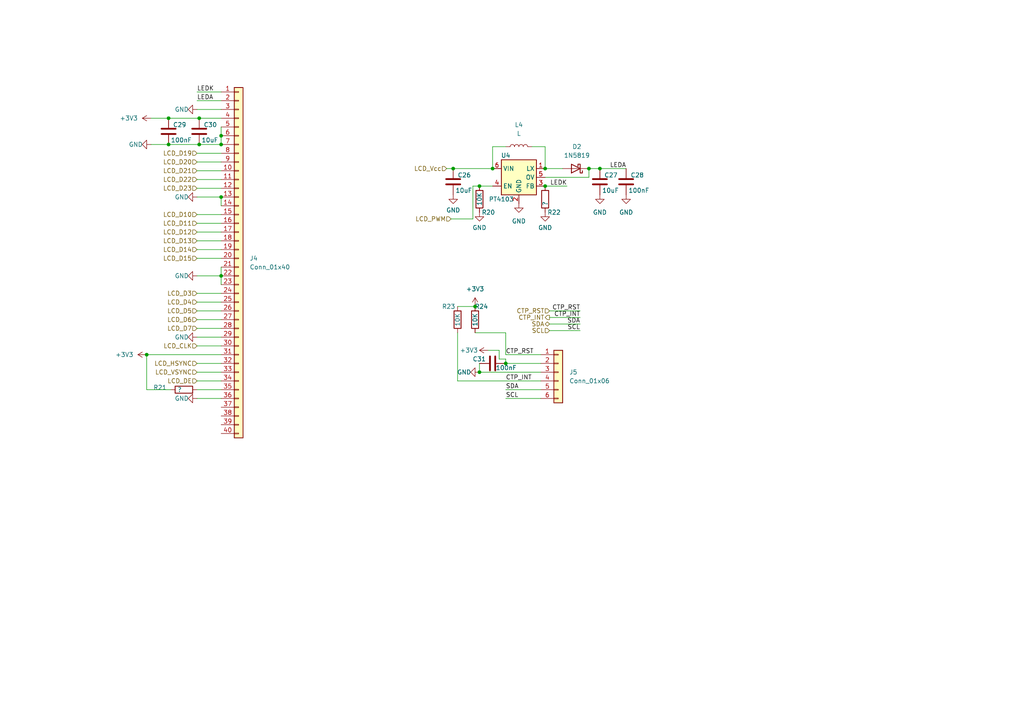
<source format=kicad_sch>
(kicad_sch (version 20211123) (generator eeschema)
  (paper "A4")
  (lib_symbols
    (symbol "Connector_Generic:Conn_01x06" (pin_names (offset 1.016) hide)
      (property "Reference" "J" (at 0 7.62 0))
      (property "Value" "Conn_01x06" (at 0 -10.16 0))
      (symbol "Conn_01x06_1_1"
        (rectangle (start -1.27 -7.493) (end 0 -7.747) (stroke (width 0.1524)))
        (rectangle (start -1.27 -4.953) (end 0 -5.207) (stroke (width 0.1524)))
        (rectangle (start -1.27 -2.413) (end 0 -2.667) (stroke (width 0.1524)))
        (rectangle (start -1.27 0.127) (end 0 -0.127) (stroke (width 0.1524)))
        (rectangle (start -1.27 2.667) (end 0 2.413) (stroke (width 0.1524)))
        (rectangle (start -1.27 5.207) (end 0 4.953) (stroke (width 0.1524)))
        (rectangle (start -1.27 6.35) (end 1.27 -8.89) (stroke (width 0.254)) (fill (type background)))
        (pin passive line (at -5.08 5.08 0) (length 3.81) (name "Pin_1") (number "1"))
        (pin passive line (at -5.08 2.54 0) (length 3.81) (name "Pin_2") (number "2"))
        (pin passive line (at -5.08 0 0) (length 3.81) (name "Pin_3") (number "3"))
        (pin passive line (at -5.08 -2.54 0) (length 3.81) (name "Pin_4") (number "4"))
        (pin passive line (at -5.08 -5.08 0) (length 3.81) (name "Pin_5") (number "5"))
        (pin passive line (at -5.08 -7.62 0) (length 3.81) (name "Pin_6") (number "6"))
      )
    )
    (symbol "Connector_Generic:Conn_01x40" (pin_names (offset 1.016) hide)
      (property "Reference" "J" (at 0 50.8 0))
      (property "Value" "Conn_01x40" (at 0 -53.34 0))
      (symbol "Conn_01x40_1_1"
        (rectangle (start -1.27 -50.673) (end 0 -50.927) (stroke (width 0.1524)))
        (rectangle (start -1.27 -48.133) (end 0 -48.387) (stroke (width 0.1524)))
        (rectangle (start -1.27 -45.593) (end 0 -45.847) (stroke (width 0.1524)))
        (rectangle (start -1.27 -43.053) (end 0 -43.307) (stroke (width 0.1524)))
        (rectangle (start -1.27 -40.513) (end 0 -40.767) (stroke (width 0.1524)))
        (rectangle (start -1.27 -37.973) (end 0 -38.227) (stroke (width 0.1524)))
        (rectangle (start -1.27 -35.433) (end 0 -35.687) (stroke (width 0.1524)))
        (rectangle (start -1.27 -32.893) (end 0 -33.147) (stroke (width 0.1524)))
        (rectangle (start -1.27 -30.353) (end 0 -30.607) (stroke (width 0.1524)))
        (rectangle (start -1.27 -27.813) (end 0 -28.067) (stroke (width 0.1524)))
        (rectangle (start -1.27 -25.273) (end 0 -25.527) (stroke (width 0.1524)))
        (rectangle (start -1.27 -22.733) (end 0 -22.987) (stroke (width 0.1524)))
        (rectangle (start -1.27 -20.193) (end 0 -20.447) (stroke (width 0.1524)))
        (rectangle (start -1.27 -17.653) (end 0 -17.907) (stroke (width 0.1524)))
        (rectangle (start -1.27 -15.113) (end 0 -15.367) (stroke (width 0.1524)))
        (rectangle (start -1.27 -12.573) (end 0 -12.827) (stroke (width 0.1524)))
        (rectangle (start -1.27 -10.033) (end 0 -10.287) (stroke (width 0.1524)))
        (rectangle (start -1.27 -7.493) (end 0 -7.747) (stroke (width 0.1524)))
        (rectangle (start -1.27 -4.953) (end 0 -5.207) (stroke (width 0.1524)))
        (rectangle (start -1.27 -2.413) (end 0 -2.667) (stroke (width 0.1524)))
        (rectangle (start -1.27 0.127) (end 0 -0.127) (stroke (width 0.1524)))
        (rectangle (start -1.27 2.667) (end 0 2.413) (stroke (width 0.1524)))
        (rectangle (start -1.27 5.207) (end 0 4.953) (stroke (width 0.1524)))
        (rectangle (start -1.27 7.747) (end 0 7.493) (stroke (width 0.1524)))
        (rectangle (start -1.27 10.287) (end 0 10.033) (stroke (width 0.1524)))
        (rectangle (start -1.27 12.827) (end 0 12.573) (stroke (width 0.1524)))
        (rectangle (start -1.27 15.367) (end 0 15.113) (stroke (width 0.1524)))
        (rectangle (start -1.27 17.907) (end 0 17.653) (stroke (width 0.1524)))
        (rectangle (start -1.27 20.447) (end 0 20.193) (stroke (width 0.1524)))
        (rectangle (start -1.27 22.987) (end 0 22.733) (stroke (width 0.1524)))
        (rectangle (start -1.27 25.527) (end 0 25.273) (stroke (width 0.1524)))
        (rectangle (start -1.27 28.067) (end 0 27.813) (stroke (width 0.1524)))
        (rectangle (start -1.27 30.607) (end 0 30.353) (stroke (width 0.1524)))
        (rectangle (start -1.27 33.147) (end 0 32.893) (stroke (width 0.1524)))
        (rectangle (start -1.27 35.687) (end 0 35.433) (stroke (width 0.1524)))
        (rectangle (start -1.27 38.227) (end 0 37.973) (stroke (width 0.1524)))
        (rectangle (start -1.27 40.767) (end 0 40.513) (stroke (width 0.1524)))
        (rectangle (start -1.27 43.307) (end 0 43.053) (stroke (width 0.1524)))
        (rectangle (start -1.27 45.847) (end 0 45.593) (stroke (width 0.1524)))
        (rectangle (start -1.27 48.387) (end 0 48.133) (stroke (width 0.1524)))
        (rectangle (start -1.27 49.53) (end 1.27 -52.07) (stroke (width 0.254)) (fill (type background)))
        (pin passive line (at -5.08 48.26 0) (length 3.81) (name "Pin_1") (number "1"))
        (pin passive line (at -5.08 25.4 0) (length 3.81) (name "Pin_10") (number "10"))
        (pin passive line (at -5.08 22.86 0) (length 3.81) (name "Pin_11") (number "11"))
        (pin passive line (at -5.08 20.32 0) (length 3.81) (name "Pin_12") (number "12"))
        (pin passive line (at -5.08 17.78 0) (length 3.81) (name "Pin_13") (number "13"))
        (pin passive line (at -5.08 15.24 0) (length 3.81) (name "Pin_14") (number "14"))
        (pin passive line (at -5.08 12.7 0) (length 3.81) (name "Pin_15") (number "15"))
        (pin passive line (at -5.08 10.16 0) (length 3.81) (name "Pin_16") (number "16"))
        (pin passive line (at -5.08 7.62 0) (length 3.81) (name "Pin_17") (number "17"))
        (pin passive line (at -5.08 5.08 0) (length 3.81) (name "Pin_18") (number "18"))
        (pin passive line (at -5.08 2.54 0) (length 3.81) (name "Pin_19") (number "19"))
        (pin passive line (at -5.08 45.72 0) (length 3.81) (name "Pin_2") (number "2"))
        (pin passive line (at -5.08 0 0) (length 3.81) (name "Pin_20") (number "20"))
        (pin passive line (at -5.08 -2.54 0) (length 3.81) (name "Pin_21") (number "21"))
        (pin passive line (at -5.08 -5.08 0) (length 3.81) (name "Pin_22") (number "22"))
        (pin passive line (at -5.08 -7.62 0) (length 3.81) (name "Pin_23") (number "23"))
        (pin passive line (at -5.08 -10.16 0) (length 3.81) (name "Pin_24") (number "24"))
        (pin passive line (at -5.08 -12.7 0) (length 3.81) (name "Pin_25") (number "25"))
        (pin passive line (at -5.08 -15.24 0) (length 3.81) (name "Pin_26") (number "26"))
        (pin passive line (at -5.08 -17.78 0) (length 3.81) (name "Pin_27") (number "27"))
        (pin passive line (at -5.08 -20.32 0) (length 3.81) (name "Pin_28") (number "28"))
        (pin passive line (at -5.08 -22.86 0) (length 3.81) (name "Pin_29") (number "29"))
        (pin passive line (at -5.08 43.18 0) (length 3.81) (name "Pin_3") (number "3"))
        (pin passive line (at -5.08 -25.4 0) (length 3.81) (name "Pin_30") (number "30"))
        (pin passive line (at -5.08 -27.94 0) (length 3.81) (name "Pin_31") (number "31"))
        (pin passive line (at -5.08 -30.48 0) (length 3.81) (name "Pin_32") (number "32"))
        (pin passive line (at -5.08 -33.02 0) (length 3.81) (name "Pin_33") (number "33"))
        (pin passive line (at -5.08 -35.56 0) (length 3.81) (name "Pin_34") (number "34"))
        (pin passive line (at -5.08 -38.1 0) (length 3.81) (name "Pin_35") (number "35"))
        (pin passive line (at -5.08 -40.64 0) (length 3.81) (name "Pin_36") (number "36"))
        (pin passive line (at -5.08 -43.18 0) (length 3.81) (name "Pin_37") (number "37"))
        (pin passive line (at -5.08 -45.72 0) (length 3.81) (name "Pin_38") (number "38"))
        (pin passive line (at -5.08 -48.26 0) (length 3.81) (name "Pin_39") (number "39"))
        (pin passive line (at -5.08 40.64 0) (length 3.81) (name "Pin_4") (number "4"))
        (pin passive line (at -5.08 -50.8 0) (length 3.81) (name "Pin_40") (number "40"))
        (pin passive line (at -5.08 38.1 0) (length 3.81) (name "Pin_5") (number "5"))
        (pin passive line (at -5.08 35.56 0) (length 3.81) (name "Pin_6") (number "6"))
        (pin passive line (at -5.08 33.02 0) (length 3.81) (name "Pin_7") (number "7"))
        (pin passive line (at -5.08 30.48 0) (length 3.81) (name "Pin_8") (number "8"))
        (pin passive line (at -5.08 27.94 0) (length 3.81) (name "Pin_9") (number "9"))
      )
    )
    (symbol "Device:C" (pin_numbers hide) (pin_names (offset 0.254))
      (property "Reference" "C" (at 0.635 2.54 0))
      (property "Value" "C" (at 0.635 -2.54 0))
      (symbol "C_0_1"
        (polyline (pts (xy -2.032 -0.762) (xy 2.032 -0.762)) (stroke (width 0.508)))
        (polyline (pts (xy -2.032 0.762) (xy 2.032 0.762)) (stroke (width 0.508)))
      )
      (symbol "C_1_1"
        (pin passive line (at 0 3.81 270) (length 2.794) (name "~") (number "1"))
        (pin passive line (at 0 -3.81 90) (length 2.794) (name "~") (number "2"))
      )
    )
    (symbol "Device:L" (pin_numbers hide) (pin_names (offset 1.016) hide)
      (property "Reference" "L" (at -1.27 0 90))
      (property "Value" "L" (at 1.905 0 90))
      (symbol "L_0_1"
        (arc (start 0 -2.54) (mid 0.635 -1.905) (end 0 -1.27))
        (arc (start 0 -1.27) (mid 0.635 -0.635) (end 0 0))
        (arc (start 0 0) (mid 0.635 0.635) (end 0 1.27))
        (arc (start 0 1.27) (mid 0.635 1.905) (end 0 2.54))
      )
      (symbol "L_1_1"
        (pin passive line (at 0 3.81 270) (length 1.27) (name "1") (number "1"))
        (pin passive line (at 0 -3.81 90) (length 1.27) (name "2") (number "2"))
      )
    )
    (symbol "Device:R" (pin_numbers hide) (pin_names (offset 0))
      (property "Reference" "R" (at 2.032 0 90))
      (property "Value" "R" (at 0 0 90))
      (symbol "R_0_1"
        (rectangle (start -1.016 -2.54) (end 1.016 2.54) (stroke (width 0.254)))
      )
      (symbol "R_1_1"
        (pin passive line (at 0 3.81 270) (length 1.27) (name "~") (number "1"))
        (pin passive line (at 0 -3.81 90) (length 1.27) (name "~") (number "2"))
      )
    )
    (symbol "Diode:1N5819" (pin_numbers hide) (pin_names (offset 1.016) hide)
      (property "Reference" "D" (at 0 2.54 0))
      (property "Value" "1N5819" (at 0 -2.54 0))
      (symbol "1N5819_0_1"
        (polyline (pts (xy 1.27 0) (xy -1.27 0)))
        (polyline (pts (xy 1.27 1.27) (xy 1.27 -1.27) (xy -1.27 0) (xy 1.27 1.27)) (stroke (width 0.254)))
        (polyline (pts (xy -1.905 0.635) (xy -1.905 1.27) (xy -1.27 1.27) (xy -1.27 -1.27) (xy -0.635 -1.27) (xy -0.635 -0.635)) (stroke (width 0.254)))
      )
      (symbol "1N5819_1_1"
        (pin passive line (at -3.81 0 0) (length 2.54) (name "K") (number "1"))
        (pin passive line (at 3.81 0 180) (length 2.54) (name "A") (number "2"))
      )
    )
    (symbol "power:+3.3V" (power) (pin_names (offset 0))
      (property "Value" "+3.3V" (at 0 3.556 0))
      (symbol "+3.3V_0_1"
        (polyline (pts (xy -0.762 1.27) (xy 0 2.54)))
        (polyline (pts (xy 0 0) (xy 0 2.54)))
        (polyline (pts (xy 0 2.54) (xy 0.762 1.27)))
      )
      (symbol "+3.3V_1_1"
        (pin power_in line (at 0 0 90) (length 0) hide (name "+3V3") (number "1"))
      )
    )
    (symbol "power:GND" (power) (pin_names (offset 0))
      (property "Value" "GND" (at 0 -3.81 0))
      (symbol "GND_0_1"
        (polyline (pts (xy 0 0) (xy 0 -1.27) (xy 1.27 -1.27) (xy 0 -2.54) (xy -1.27 -1.27) (xy 0 -1.27)))
      )
      (symbol "GND_1_1"
        (pin power_in line (at 0 0 270) (length 0) hide (name "GND") (number "1"))
      )
    )
    (symbol "smm:PT4103"
      (property "Reference" "U" (at 2.54 10.16 0))
      (property "Value" "PT4103" (at 7.62 7.62 0))
      (symbol "PT4103_0_1"
        (rectangle (start 5.08 -5.08) (end -5.08 5.08) (stroke (width 0.254)) (fill (type background)))
      )
      (symbol "PT4103_1_1"
        (pin open_collector line (at 7.62 2.54 180) (length 2.54) (name "LX") (number "1"))
        (pin power_in line (at 0 -7.62 90) (length 2.54) (name "GND") (number "2"))
        (pin input line (at 7.62 -2.54 180) (length 2.54) (name "FB") (number "3"))
        (pin input line (at -7.62 -2.54 0) (length 2.54) (name "EN") (number "4"))
        (pin input line (at 7.62 0 180) (length 2.54) (name "OV") (number "5"))
        (pin power_in line (at -7.62 2.54 0) (length 2.54) (name "VIN") (number "6"))
      )
    )
  )
  (junction (at 139.065 107.95))
  (junction (at 42.545 102.87))
  (junction (at 139.065 53.975))
  (junction (at 64.135 80.01))
  (junction (at 137.795 88.9))
  (junction (at 131.445 48.895))
  (junction (at 48.895 41.91))
  (junction (at 173.99 48.895))
  (junction (at 64.135 39.37))
  (junction (at 64.135 57.15))
  (junction (at 158.115 48.895))
  (junction (at 170.815 48.895))
  (junction (at 57.785 41.91))
  (junction (at 142.875 48.895))
  (junction (at 64.135 41.91))
  (junction (at 57.785 34.29))
  (junction (at 48.895 34.29))
  (junction (at 146.685 105.41))
  (junction (at 158.115 53.975))
  (wire (pts (xy 57.15 95.25) (xy 64.135 95.25)))
  (wire (pts (xy 57.15 44.45) (xy 64.135 44.45)))
  (wire (pts (xy 146.685 102.87) (xy 156.845 102.87)))
  (wire (pts (xy 43.815 34.29) (xy 48.895 34.29)))
  (wire (pts (xy 129.54 48.895) (xy 131.445 48.895)))
  (wire (pts (xy 43.815 41.91) (xy 48.895 41.91)))
  (wire (pts (xy 132.715 110.49) (xy 156.845 110.49)))
  (wire (pts (xy 57.15 72.39) (xy 64.135 72.39)))
  (wire (pts (xy 57.15 29.21) (xy 64.135 29.21)))
  (wire (pts (xy 57.785 41.91) (xy 64.135 41.91)))
  (wire (pts (xy 64.135 36.83) (xy 64.135 39.37)))
  (wire (pts (xy 48.895 34.29) (xy 57.785 34.29)))
  (wire (pts (xy 170.815 48.895) (xy 173.99 48.895)))
  (wire (pts (xy 57.15 74.93) (xy 64.135 74.93)))
  (wire (pts (xy 139.065 53.975) (xy 142.875 53.975)))
  (wire (pts (xy 57.15 90.17) (xy 64.135 90.17)))
  (wire (pts (xy 144.78 101.6) (xy 144.78 104.14)))
  (wire (pts (xy 57.15 100.33) (xy 64.135 100.33)))
  (wire (pts (xy 158.115 53.975) (xy 164.465 53.975)))
  (wire (pts (xy 159.385 93.98) (xy 168.275 93.98)))
  (wire (pts (xy 57.15 69.85) (xy 64.135 69.85)))
  (wire (pts (xy 57.15 67.31) (xy 64.135 67.31)))
  (wire (pts (xy 137.16 53.975) (xy 137.16 63.5)))
  (wire (pts (xy 57.15 54.61) (xy 64.135 54.61)))
  (wire (pts (xy 57.15 62.23) (xy 64.135 62.23)))
  (wire (pts (xy 137.16 53.975) (xy 139.065 53.975)))
  (wire (pts (xy 57.15 110.49) (xy 64.135 110.49)))
  (wire (pts (xy 158.115 48.895) (xy 163.195 48.895)))
  (wire (pts (xy 146.685 104.14) (xy 146.685 105.41)))
  (wire (pts (xy 42.545 113.03) (xy 49.53 113.03)))
  (wire (pts (xy 159.385 92.075) (xy 168.275 92.075)))
  (wire (pts (xy 57.15 49.53) (xy 64.135 49.53)))
  (wire (pts (xy 158.115 42.545) (xy 158.115 48.895)))
  (wire (pts (xy 159.385 90.17) (xy 168.275 90.17)))
  (wire (pts (xy 57.15 97.79) (xy 64.135 97.79)))
  (wire (pts (xy 57.15 64.77) (xy 64.135 64.77)))
  (wire (pts (xy 64.135 59.69) (xy 64.135 57.15)))
  (wire (pts (xy 146.685 115.57) (xy 156.845 115.57)))
  (wire (pts (xy 57.15 105.41) (xy 64.135 105.41)))
  (wire (pts (xy 142.875 42.545) (xy 146.685 42.545)))
  (wire (pts (xy 57.15 92.71) (xy 64.135 92.71)))
  (wire (pts (xy 64.135 80.01) (xy 64.135 82.55)))
  (wire (pts (xy 146.685 113.03) (xy 156.845 113.03)))
  (wire (pts (xy 132.715 88.9) (xy 137.795 88.9)))
  (wire (pts (xy 173.99 48.895) (xy 181.61 48.895)))
  (wire (pts (xy 57.15 26.67) (xy 64.135 26.67)))
  (wire (pts (xy 64.135 39.37) (xy 64.135 41.91)))
  (wire (pts (xy 131.445 48.895) (xy 142.875 48.895)))
  (wire (pts (xy 57.15 107.95) (xy 64.135 107.95)))
  (wire (pts (xy 42.545 102.87) (xy 64.135 102.87)))
  (wire (pts (xy 141.605 101.6) (xy 144.78 101.6)))
  (wire (pts (xy 42.545 102.87) (xy 42.545 113.03)))
  (wire (pts (xy 146.685 105.41) (xy 156.845 105.41)))
  (wire (pts (xy 57.785 34.29) (xy 64.135 34.29)))
  (wire (pts (xy 48.895 41.91) (xy 57.785 41.91)))
  (wire (pts (xy 57.15 31.75) (xy 64.135 31.75)))
  (wire (pts (xy 144.78 104.14) (xy 146.685 104.14)))
  (wire (pts (xy 57.15 113.03) (xy 64.135 113.03)))
  (wire (pts (xy 159.385 95.885) (xy 168.275 95.885)))
  (wire (pts (xy 57.15 46.99) (xy 64.135 46.99)))
  (wire (pts (xy 142.875 48.895) (xy 142.875 42.545)))
  (wire (pts (xy 132.715 96.52) (xy 132.715 110.49)))
  (wire (pts (xy 130.81 63.5) (xy 137.16 63.5)))
  (wire (pts (xy 139.065 105.41) (xy 139.065 107.95)))
  (wire (pts (xy 154.305 42.545) (xy 158.115 42.545)))
  (wire (pts (xy 137.795 96.52) (xy 146.685 96.52)))
  (wire (pts (xy 57.15 85.09) (xy 64.135 85.09)))
  (wire (pts (xy 57.15 87.63) (xy 64.135 87.63)))
  (wire (pts (xy 146.685 96.52) (xy 146.685 102.87)))
  (wire (pts (xy 170.815 48.895) (xy 170.815 51.435)))
  (wire (pts (xy 139.065 107.95) (xy 156.845 107.95)))
  (wire (pts (xy 57.15 115.57) (xy 64.135 115.57)))
  (wire (pts (xy 57.15 80.01) (xy 64.135 80.01)))
  (wire (pts (xy 158.115 51.435) (xy 170.815 51.435)))
  (wire (pts (xy 64.135 77.47) (xy 64.135 80.01)))
  (wire (pts (xy 57.15 52.07) (xy 64.135 52.07)))
  (wire (pts (xy 57.15 57.15) (xy 64.135 57.15)))
  (label "CTP_RST" (at 146.685 102.87 0))
  (label "SDA" (at 146.685 113.03 0))
  (label "LEDA" (at 57.15 29.21 0))
  (label "LEDK" (at 57.15 26.67 0))
  (label "LEDK" (at 164.465 53.975 180))
  (label "SCL" (at 146.685 115.57 0))
  (label "LEDA" (at 181.61 48.895 180))
  (label "CTP_INT" (at 146.685 110.49 0))
  (label "SCL" (at 168.275 95.885 180))
  (label "SDA" (at 168.275 93.98 180))
  (label "CTP_INT" (at 168.275 92.075 180))
  (label "CTP_RST" (at 168.275 90.17 180))
  (hierarchical_label "LCD_D7" (shape input) (at 57.15 95.25 180))
  (hierarchical_label "LCD_PWM" (shape input) (at 130.81 63.5 180))
  (hierarchical_label "LCD_D15" (shape input) (at 57.15 74.93 180))
  (hierarchical_label "LCD_D20" (shape input) (at 57.15 46.99 180))
  (hierarchical_label "LCD_D23" (shape input) (at 57.15 54.61 180))
  (hierarchical_label "LCD_D5" (shape input) (at 57.15 90.17 180))
  (hierarchical_label "LCD_D14" (shape input) (at 57.15 72.39 180))
  (hierarchical_label "LCD_D13" (shape input) (at 57.15 69.85 180))
  (hierarchical_label "LCD_D21" (shape input) (at 57.15 49.53 180))
  (hierarchical_label "LCD_D6" (shape input) (at 57.15 92.71 180))
  (hierarchical_label "LCD_DE" (shape input) (at 57.15 110.49 180))
  (hierarchical_label "LCD_HSYNC" (shape input) (at 57.15 105.41 180))
  (hierarchical_label "LCD_CLK" (shape input) (at 57.15 100.33 180))
  (hierarchical_label "SCL" (shape input) (at 159.385 95.885 180))
  (hierarchical_label "CTP_INT" (shape output) (at 159.385 92.075 180))
  (hierarchical_label "SDA" (shape bidirectional) (at 159.385 93.98 180))
  (hierarchical_label "LCD_VSYNC" (shape input) (at 57.15 107.95 180))
  (hierarchical_label "LCD_D12" (shape input) (at 57.15 67.31 180))
  (hierarchical_label "LCD_D4" (shape input) (at 57.15 87.63 180))
  (hierarchical_label "LCD_D3" (shape input) (at 57.15 85.09 180))
  (hierarchical_label "LCD_D19" (shape input) (at 57.15 44.45 180))
  (hierarchical_label "LCD_D11" (shape input) (at 57.15 64.77 180))
  (hierarchical_label "CTP_RST" (shape input) (at 159.385 90.17 180))
  (hierarchical_label "LCD_Vcc" (shape input) (at 129.54 48.895 180))
  (hierarchical_label "LCD_D10" (shape input) (at 57.15 62.23 180))
  (hierarchical_label "LCD_D22" (shape input) (at 57.15 52.07 180))
  (symbol (lib_id "power:GND") (at 150.495 59.055 0) (unit 1)
    (property "Reference" "#PWR0124" (effects hide))
    (property "Value" "GND" (at 150.495 64.135 0))
  )
  (symbol (lib_id "power:GND") (at 57.15 97.79 270) (unit 1)
    (property "Reference" "#PWR0147" (effects hide))
    (property "Value" "GND" (at 52.705 97.79 90))
  )
  (symbol (lib_id "Device:R") (at 158.115 57.785 0) (unit 1)
    (property "Reference" "R22" (at 158.75 61.595 0) (effects (justify left)))
    (property "Value" "?" (at 158.115 59.69 90) (effects (justify left)))
    (property "Footprint" "Resistor_SMD:R_0603_1608Metric" (effects hide))
  )
  (symbol (lib_id "Device:C") (at 48.895 38.1 0) (unit 1)
    (property "Reference" "C29" (at 50.165 36.195 0) (effects (justify left)))
    (property "Value" "100nF" (at 49.53 40.64 0) (effects (justify left)))
    (property "Footprint" "Capacitor_SMD:C_0603_1608Metric" (effects hide))
  )
  (symbol (lib_id "power:GND") (at 139.065 107.95 270) (unit 1)
    (property "Reference" "#PWR0153" (effects hide))
    (property "Value" "GND" (at 134.62 107.95 90))
  )
  (symbol (lib_id "Connector_Generic:Conn_01x40") (at 69.215 74.93 0) (unit 1)
    (property "Reference" "J4" (at 72.39 74.9299 0) (effects (justify left)))
    (property "Value" "Conn_01x40" (at 72.39 77.4699 0) (effects (justify left)))
    (property "Footprint" "SMM:40PIN_XKB_X05A15L40T" (effects hide))
  )
  (symbol (lib_id "power:GND") (at 139.065 61.595 0) (unit 1)
    (property "Reference" "#PWR0126" (effects hide))
    (property "Value" "GND" (at 139.065 66.04 0))
  )
  (symbol (lib_id "power:GND") (at 173.99 56.515 0) (unit 1)
    (property "Reference" "#PWR0133" (effects hide))
    (property "Value" "GND" (at 173.99 61.595 0))
  )
  (symbol (lib_id "Device:R") (at 132.715 92.71 180) (unit 1)
    (property "Reference" "R23" (at 132.08 88.9 0) (effects (justify left)))
    (property "Value" "10K" (at 132.715 90.805 90) (effects (justify left)))
    (property "Footprint" "Resistor_SMD:R_0603_1608Metric" (effects hide))
  )
  (symbol (lib_id "power:GND") (at 181.61 56.515 0) (unit 1)
    (property "Reference" "#PWR0135" (effects hide))
    (property "Value" "GND" (at 181.61 61.595 0))
  )
  (symbol (lib_id "power:GND") (at 57.15 80.01 270) (unit 1)
    (property "Reference" "#PWR0144" (effects hide))
    (property "Value" "GND" (at 52.705 80.01 90))
  )
  (symbol (lib_id "Device:C") (at 173.99 52.705 0) (unit 1)
    (property "Reference" "C27" (at 175.26 50.8 0) (effects (justify left)))
    (property "Value" "10uF" (at 174.625 55.245 0) (effects (justify left)))
    (property "Footprint" "Capacitor_SMD:C_0603_1608Metric" (effects hide))
  )
  (symbol (lib_id "power:GND") (at 57.15 31.75 270) (unit 1)
    (property "Reference" "#PWR0139" (effects hide))
    (property "Value" "GND" (at 52.705 31.75 90))
  )
  (symbol (lib_id "Device:C") (at 181.61 52.705 0) (unit 1)
    (property "Reference" "C28" (at 182.88 50.8 0) (effects (justify left)))
    (property "Value" "100nF" (at 182.245 55.245 0) (effects (justify left)))
    (property "Footprint" "Capacitor_SMD:C_0603_1608Metric" (effects hide))
  )
  (symbol (lib_id "Diode:1N5819") (at 167.005 48.895 180) (unit 1)
    (property "Reference" "D2" (at 167.3225 42.545 0))
    (property "Value" "1N5819" (at 167.3225 45.085 0))
    (property "Footprint" "Diode_SMD:D_SOD-123" (effects hide))
    (property "Datasheet" "http://www.vishay.com/docs/88525/1n5817.pdf" (effects hide))
  )
  (symbol (lib_id "power:+3.3V") (at 141.605 101.6 90) (unit 1)
    (property "Reference" "#PWR0152" (effects hide))
    (property "Value" "+3.3V" (at 133.35 101.6 90) (effects (justify right)))
  )
  (symbol (lib_id "Device:C") (at 131.445 52.705 0) (unit 1)
    (property "Reference" "C26" (at 132.715 50.8 0) (effects (justify left)))
    (property "Value" "10uF" (at 132.08 55.245 0) (effects (justify left)))
    (property "Footprint" "Capacitor_SMD:C_0603_1608Metric" (effects hide))
  )
  (symbol (lib_id "power:GND") (at 131.445 56.515 0) (unit 1)
    (property "Reference" "#PWR0136" (effects hide))
    (property "Value" "GND" (at 131.445 60.96 0))
  )
  (symbol (lib_id "Device:R") (at 53.34 113.03 270) (unit 1)
    (property "Reference" "R21" (at 44.45 112.395 90) (effects (justify left)))
    (property "Value" "?" (at 51.435 113.03 90) (effects (justify left)))
    (property "Footprint" "Resistor_SMD:R_0603_1608Metric" (effects hide))
  )
  (symbol (lib_id "power:+3.3V") (at 43.815 34.29 90) (unit 1)
    (property "Reference" "#PWR0149" (effects hide))
    (property "Value" "+3.3V" (at 40.005 34.2899 90) (effects (justify left)))
  )
  (symbol (lib_id "power:GND") (at 57.15 115.57 270) (unit 1)
    (property "Reference" "#PWR0145" (effects hide))
    (property "Value" "GND" (at 52.705 115.57 90))
  )
  (symbol (lib_id "Device:R") (at 137.795 92.71 180) (unit 1)
    (property "Reference" "R24" (at 141.605 88.9 0) (effects (justify left)))
    (property "Value" "10K" (at 137.795 90.805 90) (effects (justify left)))
    (property "Footprint" "Resistor_SMD:R_0603_1608Metric" (effects hide))
  )
  (symbol (lib_id "Connector_Generic:Conn_01x06") (at 161.925 107.95 0) (unit 1)
    (property "Reference" "J5" (at 165.1 107.9499 0) (effects (justify left)))
    (property "Value" "Conn_01x06" (at 165.1 110.4899 0) (effects (justify left)))
    (property "Footprint" "SMM:6PIN_XKB_X05A20L06T" (effects hide))
  )
  (symbol (lib_id "power:+3.3V") (at 42.545 102.87 90) (unit 1)
    (property "Reference" "#PWR0146" (effects hide))
    (property "Value" "+3.3V" (at 38.735 102.8699 90) (effects (justify left)))
  )
  (symbol (lib_id "Device:C") (at 142.875 105.41 90) (unit 1)
    (property "Reference" "C31" (at 140.97 104.14 90) (effects (justify left)))
    (property "Value" "100nF" (at 149.86 106.68 90) (effects (justify left)))
    (property "Footprint" "Capacitor_SMD:C_0603_1608Metric" (effects hide))
  )
  (symbol (lib_id "power:GND") (at 158.115 61.595 0) (unit 1)
    (property "Reference" "#PWR0138" (effects hide))
    (property "Value" "GND" (at 158.115 66.04 0))
  )
  (symbol (lib_id "power:GND") (at 43.815 41.91 270) (unit 1)
    (property "Reference" "#PWR0148" (effects hide))
    (property "Value" "GND" (at 39.37 41.91 90))
  )
  (symbol (lib_id "Device:L") (at 150.495 42.545 90) (unit 1)
    (property "Reference" "L4" (at 150.495 36.195 90))
    (property "Value" "L" (at 150.495 38.735 90))
    (property "Footprint" "Inductor_SMD:L_1008_2520Metric" (effects hide))
  )
  (symbol (lib_id "power:GND") (at 57.15 57.15 270) (unit 1)
    (property "Reference" "#PWR0150" (effects hide))
    (property "Value" "GND" (at 52.705 57.15 90))
  )
  (symbol (lib_id "power:+3.3V") (at 137.795 88.9 0) (unit 1)
    (property "Reference" "#PWR0154" (effects hide))
    (property "Value" "+3.3V" (at 137.795 83.82 0))
  )
  (symbol (lib_id "Device:C") (at 57.785 38.1 0) (unit 1)
    (property "Reference" "C30" (at 59.055 36.195 0) (effects (justify left)))
    (property "Value" "10uF" (at 58.42 40.64 0) (effects (justify left)))
    (property "Footprint" "Capacitor_SMD:C_0603_1608Metric" (effects hide))
  )
  (symbol (lib_id "smm:PT4103") (at 150.495 51.435 0) (unit 1)
    (property "Reference" "U4" (at 146.685 45.085 0))
    (property "Value" "PT4103" (at 145.415 57.785 0))
    (property "Footprint" "Package_TO_SOT_SMD:SOT-23-6" (effects hide))
    (property "Datasheet" "http://www.dioo.com/uploads/product/20190311/e6c7f30c0fbe92fbfa6965c8ef1c5b19.pdf" (effects hide))
  )
  (symbol (lib_id "Device:R") (at 139.065 57.785 0) (unit 1)
    (property "Reference" "R20" (at 139.7 61.595 0) (effects (justify left)))
    (property "Value" "10K" (at 139.065 59.69 90) (effects (justify left)))
    (property "Footprint" "Resistor_SMD:R_0603_1608Metric" (effects hide))
  )
)
</source>
